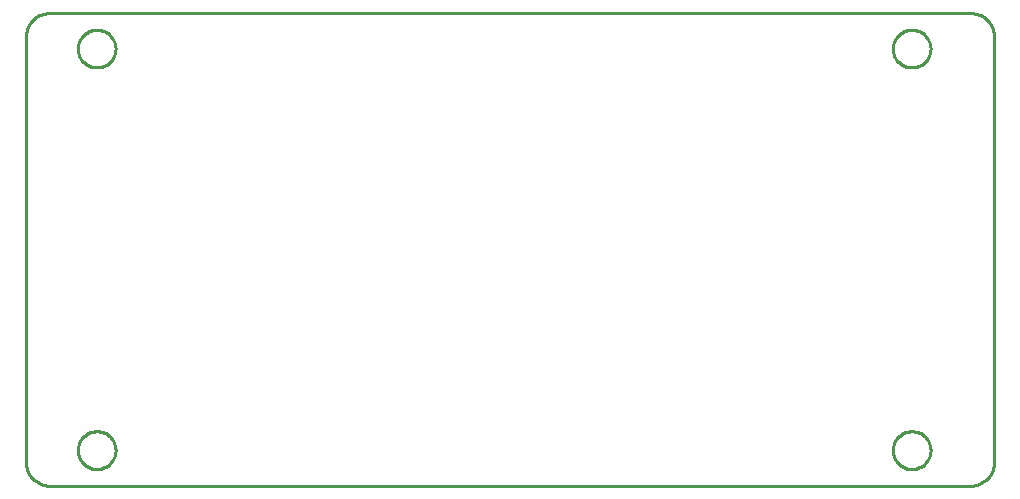
<source format=gbr>
G04 EAGLE Gerber RS-274X export*
G75*
%MOMM*%
%FSLAX34Y34*%
%LPD*%
%IN*%
%IPPOS*%
%AMOC8*
5,1,8,0,0,1.08239X$1,22.5*%
G01*
%ADD10C,0.254000*%


D10*
X20000Y30000D02*
X20076Y28257D01*
X20304Y26527D01*
X20681Y24824D01*
X21206Y23160D01*
X21874Y21548D01*
X22680Y20000D01*
X23617Y18528D01*
X24679Y17144D01*
X25858Y15858D01*
X27144Y14679D01*
X28528Y13617D01*
X30000Y12680D01*
X31548Y11874D01*
X33160Y11206D01*
X34824Y10681D01*
X36527Y10304D01*
X38257Y10076D01*
X40000Y10000D01*
X820000Y10000D01*
X821743Y10076D01*
X823473Y10304D01*
X825176Y10681D01*
X826840Y11206D01*
X828452Y11874D01*
X830000Y12680D01*
X831472Y13617D01*
X832856Y14679D01*
X834142Y15858D01*
X835321Y17144D01*
X836383Y18528D01*
X837321Y20000D01*
X838126Y21548D01*
X838794Y23160D01*
X839319Y24824D01*
X839696Y26527D01*
X839924Y28257D01*
X840000Y30000D01*
X840000Y390000D01*
X839924Y391743D01*
X839696Y393473D01*
X839319Y395176D01*
X838794Y396840D01*
X838126Y398452D01*
X837321Y400000D01*
X836383Y401472D01*
X835321Y402856D01*
X834142Y404142D01*
X832856Y405321D01*
X831472Y406383D01*
X830000Y407321D01*
X828452Y408126D01*
X826840Y408794D01*
X825176Y409319D01*
X823473Y409696D01*
X821743Y409924D01*
X820000Y410000D01*
X40000Y410000D01*
X38257Y409924D01*
X36527Y409696D01*
X34824Y409319D01*
X33160Y408794D01*
X31548Y408126D01*
X30000Y407321D01*
X28528Y406383D01*
X27144Y405321D01*
X25858Y404142D01*
X24679Y402856D01*
X23617Y401472D01*
X22680Y400000D01*
X21874Y398452D01*
X21206Y396840D01*
X20681Y395176D01*
X20304Y393473D01*
X20076Y391743D01*
X20000Y390000D01*
X20000Y30000D01*
X786000Y39476D02*
X785932Y38431D01*
X785795Y37392D01*
X785590Y36365D01*
X785319Y35353D01*
X784983Y34361D01*
X784582Y33393D01*
X784118Y32454D01*
X783595Y31546D01*
X783013Y30675D01*
X782375Y29844D01*
X781684Y29057D01*
X780943Y28316D01*
X780156Y27625D01*
X779325Y26988D01*
X778454Y26406D01*
X777546Y25882D01*
X776607Y25418D01*
X775639Y25017D01*
X774647Y24681D01*
X773635Y24410D01*
X772608Y24205D01*
X771569Y24069D01*
X770524Y24000D01*
X769476Y24000D01*
X768431Y24069D01*
X767392Y24205D01*
X766365Y24410D01*
X765353Y24681D01*
X764361Y25017D01*
X763393Y25418D01*
X762454Y25882D01*
X761546Y26406D01*
X760675Y26988D01*
X759844Y27625D01*
X759057Y28316D01*
X758316Y29057D01*
X757625Y29844D01*
X756988Y30675D01*
X756406Y31546D01*
X755882Y32454D01*
X755418Y33393D01*
X755017Y34361D01*
X754681Y35353D01*
X754410Y36365D01*
X754205Y37392D01*
X754069Y38431D01*
X754000Y39476D01*
X754000Y40524D01*
X754069Y41569D01*
X754205Y42608D01*
X754410Y43635D01*
X754681Y44647D01*
X755017Y45639D01*
X755418Y46607D01*
X755882Y47546D01*
X756406Y48454D01*
X756988Y49325D01*
X757625Y50156D01*
X758316Y50943D01*
X759057Y51684D01*
X759844Y52375D01*
X760675Y53013D01*
X761546Y53595D01*
X762454Y54118D01*
X763393Y54582D01*
X764361Y54983D01*
X765353Y55319D01*
X766365Y55590D01*
X767392Y55795D01*
X768431Y55932D01*
X769476Y56000D01*
X770524Y56000D01*
X771569Y55932D01*
X772608Y55795D01*
X773635Y55590D01*
X774647Y55319D01*
X775639Y54983D01*
X776607Y54582D01*
X777546Y54118D01*
X778454Y53595D01*
X779325Y53013D01*
X780156Y52375D01*
X780943Y51684D01*
X781684Y50943D01*
X782375Y50156D01*
X783013Y49325D01*
X783595Y48454D01*
X784118Y47546D01*
X784582Y46607D01*
X784983Y45639D01*
X785319Y44647D01*
X785590Y43635D01*
X785795Y42608D01*
X785932Y41569D01*
X786000Y40524D01*
X786000Y39476D01*
X96000Y39476D02*
X95932Y38431D01*
X95795Y37392D01*
X95590Y36365D01*
X95319Y35353D01*
X94983Y34361D01*
X94582Y33393D01*
X94118Y32454D01*
X93595Y31546D01*
X93013Y30675D01*
X92375Y29844D01*
X91684Y29057D01*
X90943Y28316D01*
X90156Y27625D01*
X89325Y26988D01*
X88454Y26406D01*
X87546Y25882D01*
X86607Y25418D01*
X85639Y25017D01*
X84647Y24681D01*
X83635Y24410D01*
X82608Y24205D01*
X81569Y24069D01*
X80524Y24000D01*
X79476Y24000D01*
X78431Y24069D01*
X77392Y24205D01*
X76365Y24410D01*
X75353Y24681D01*
X74361Y25017D01*
X73393Y25418D01*
X72454Y25882D01*
X71546Y26406D01*
X70675Y26988D01*
X69844Y27625D01*
X69057Y28316D01*
X68316Y29057D01*
X67625Y29844D01*
X66988Y30675D01*
X66406Y31546D01*
X65882Y32454D01*
X65418Y33393D01*
X65017Y34361D01*
X64681Y35353D01*
X64410Y36365D01*
X64205Y37392D01*
X64069Y38431D01*
X64000Y39476D01*
X64000Y40524D01*
X64069Y41569D01*
X64205Y42608D01*
X64410Y43635D01*
X64681Y44647D01*
X65017Y45639D01*
X65418Y46607D01*
X65882Y47546D01*
X66406Y48454D01*
X66988Y49325D01*
X67625Y50156D01*
X68316Y50943D01*
X69057Y51684D01*
X69844Y52375D01*
X70675Y53013D01*
X71546Y53595D01*
X72454Y54118D01*
X73393Y54582D01*
X74361Y54983D01*
X75353Y55319D01*
X76365Y55590D01*
X77392Y55795D01*
X78431Y55932D01*
X79476Y56000D01*
X80524Y56000D01*
X81569Y55932D01*
X82608Y55795D01*
X83635Y55590D01*
X84647Y55319D01*
X85639Y54983D01*
X86607Y54582D01*
X87546Y54118D01*
X88454Y53595D01*
X89325Y53013D01*
X90156Y52375D01*
X90943Y51684D01*
X91684Y50943D01*
X92375Y50156D01*
X93013Y49325D01*
X93595Y48454D01*
X94118Y47546D01*
X94582Y46607D01*
X94983Y45639D01*
X95319Y44647D01*
X95590Y43635D01*
X95795Y42608D01*
X95932Y41569D01*
X96000Y40524D01*
X96000Y39476D01*
X96000Y379476D02*
X95932Y378431D01*
X95795Y377392D01*
X95590Y376365D01*
X95319Y375353D01*
X94983Y374361D01*
X94582Y373393D01*
X94118Y372454D01*
X93595Y371546D01*
X93013Y370675D01*
X92375Y369844D01*
X91684Y369057D01*
X90943Y368316D01*
X90156Y367625D01*
X89325Y366988D01*
X88454Y366406D01*
X87546Y365882D01*
X86607Y365418D01*
X85639Y365017D01*
X84647Y364681D01*
X83635Y364410D01*
X82608Y364205D01*
X81569Y364069D01*
X80524Y364000D01*
X79476Y364000D01*
X78431Y364069D01*
X77392Y364205D01*
X76365Y364410D01*
X75353Y364681D01*
X74361Y365017D01*
X73393Y365418D01*
X72454Y365882D01*
X71546Y366406D01*
X70675Y366988D01*
X69844Y367625D01*
X69057Y368316D01*
X68316Y369057D01*
X67625Y369844D01*
X66988Y370675D01*
X66406Y371546D01*
X65882Y372454D01*
X65418Y373393D01*
X65017Y374361D01*
X64681Y375353D01*
X64410Y376365D01*
X64205Y377392D01*
X64069Y378431D01*
X64000Y379476D01*
X64000Y380524D01*
X64069Y381569D01*
X64205Y382608D01*
X64410Y383635D01*
X64681Y384647D01*
X65017Y385639D01*
X65418Y386607D01*
X65882Y387546D01*
X66406Y388454D01*
X66988Y389325D01*
X67625Y390156D01*
X68316Y390943D01*
X69057Y391684D01*
X69844Y392375D01*
X70675Y393013D01*
X71546Y393595D01*
X72454Y394118D01*
X73393Y394582D01*
X74361Y394983D01*
X75353Y395319D01*
X76365Y395590D01*
X77392Y395795D01*
X78431Y395932D01*
X79476Y396000D01*
X80524Y396000D01*
X81569Y395932D01*
X82608Y395795D01*
X83635Y395590D01*
X84647Y395319D01*
X85639Y394983D01*
X86607Y394582D01*
X87546Y394118D01*
X88454Y393595D01*
X89325Y393013D01*
X90156Y392375D01*
X90943Y391684D01*
X91684Y390943D01*
X92375Y390156D01*
X93013Y389325D01*
X93595Y388454D01*
X94118Y387546D01*
X94582Y386607D01*
X94983Y385639D01*
X95319Y384647D01*
X95590Y383635D01*
X95795Y382608D01*
X95932Y381569D01*
X96000Y380524D01*
X96000Y379476D01*
X786000Y379476D02*
X785932Y378431D01*
X785795Y377392D01*
X785590Y376365D01*
X785319Y375353D01*
X784983Y374361D01*
X784582Y373393D01*
X784118Y372454D01*
X783595Y371546D01*
X783013Y370675D01*
X782375Y369844D01*
X781684Y369057D01*
X780943Y368316D01*
X780156Y367625D01*
X779325Y366988D01*
X778454Y366406D01*
X777546Y365882D01*
X776607Y365418D01*
X775639Y365017D01*
X774647Y364681D01*
X773635Y364410D01*
X772608Y364205D01*
X771569Y364069D01*
X770524Y364000D01*
X769476Y364000D01*
X768431Y364069D01*
X767392Y364205D01*
X766365Y364410D01*
X765353Y364681D01*
X764361Y365017D01*
X763393Y365418D01*
X762454Y365882D01*
X761546Y366406D01*
X760675Y366988D01*
X759844Y367625D01*
X759057Y368316D01*
X758316Y369057D01*
X757625Y369844D01*
X756988Y370675D01*
X756406Y371546D01*
X755882Y372454D01*
X755418Y373393D01*
X755017Y374361D01*
X754681Y375353D01*
X754410Y376365D01*
X754205Y377392D01*
X754069Y378431D01*
X754000Y379476D01*
X754000Y380524D01*
X754069Y381569D01*
X754205Y382608D01*
X754410Y383635D01*
X754681Y384647D01*
X755017Y385639D01*
X755418Y386607D01*
X755882Y387546D01*
X756406Y388454D01*
X756988Y389325D01*
X757625Y390156D01*
X758316Y390943D01*
X759057Y391684D01*
X759844Y392375D01*
X760675Y393013D01*
X761546Y393595D01*
X762454Y394118D01*
X763393Y394582D01*
X764361Y394983D01*
X765353Y395319D01*
X766365Y395590D01*
X767392Y395795D01*
X768431Y395932D01*
X769476Y396000D01*
X770524Y396000D01*
X771569Y395932D01*
X772608Y395795D01*
X773635Y395590D01*
X774647Y395319D01*
X775639Y394983D01*
X776607Y394582D01*
X777546Y394118D01*
X778454Y393595D01*
X779325Y393013D01*
X780156Y392375D01*
X780943Y391684D01*
X781684Y390943D01*
X782375Y390156D01*
X783013Y389325D01*
X783595Y388454D01*
X784118Y387546D01*
X784582Y386607D01*
X784983Y385639D01*
X785319Y384647D01*
X785590Y383635D01*
X785795Y382608D01*
X785932Y381569D01*
X786000Y380524D01*
X786000Y379476D01*
M02*

</source>
